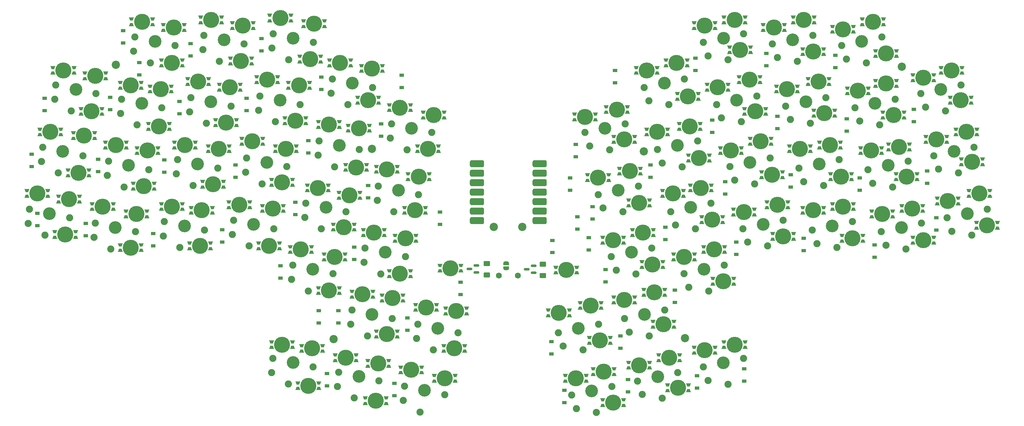
<source format=gbs>
G04 #@! TF.GenerationSoftware,KiCad,Pcbnew,(6.0.9)*
G04 #@! TF.CreationDate,2022-12-10T11:28:18+09:00*
G04 #@! TF.ProjectId,kidoairaku-swallowtail,6b69646f-6169-4726-916b-752d7377616c,rev?*
G04 #@! TF.SameCoordinates,Original*
G04 #@! TF.FileFunction,Soldermask,Bot*
G04 #@! TF.FilePolarity,Negative*
%FSLAX46Y46*%
G04 Gerber Fmt 4.6, Leading zero omitted, Abs format (unit mm)*
G04 Created by KiCad (PCBNEW (6.0.9)) date 2022-12-10 11:28:18*
%MOMM*%
%LPD*%
G01*
G04 APERTURE LIST*
G04 Aperture macros list*
%AMRoundRect*
0 Rectangle with rounded corners*
0 $1 Rounding radius*
0 $2 $3 $4 $5 $6 $7 $8 $9 X,Y pos of 4 corners*
0 Add a 4 corners polygon primitive as box body*
4,1,4,$2,$3,$4,$5,$6,$7,$8,$9,$2,$3,0*
0 Add four circle primitives for the rounded corners*
1,1,$1+$1,$2,$3*
1,1,$1+$1,$4,$5*
1,1,$1+$1,$6,$7*
1,1,$1+$1,$8,$9*
0 Add four rect primitives between the rounded corners*
20,1,$1+$1,$2,$3,$4,$5,0*
20,1,$1+$1,$4,$5,$6,$7,0*
20,1,$1+$1,$6,$7,$8,$9,0*
20,1,$1+$1,$8,$9,$2,$3,0*%
%AMOutline4P*
0 Free polygon, 4 corners , with rotation*
0 The origin of the aperture is its center*
0 number of corners: always 4*
0 $1 to $8 corner X, Y*
0 $9 Rotation angle, in degrees counterclockwise*
0 create outline with 4 corners*
4,1,4,$1,$2,$3,$4,$5,$6,$7,$8,$1,$2,$9*%
%AMFreePoly0*
4,1,22,0.500000,-0.750000,0.000000,-0.750000,0.000000,-0.745033,-0.079941,-0.743568,-0.215256,-0.701293,-0.333266,-0.622738,-0.424486,-0.514219,-0.481581,-0.384460,-0.499164,-0.250000,-0.500000,-0.250000,-0.500000,0.250000,-0.499164,0.250000,-0.499963,0.256109,-0.478152,0.396186,-0.417904,0.524511,-0.324060,0.630769,-0.204165,0.706417,-0.067858,0.745374,0.000000,0.744959,0.000000,0.750000,
0.500000,0.750000,0.500000,-0.750000,0.500000,-0.750000,$1*%
%AMFreePoly1*
4,1,20,0.000000,0.744959,0.073905,0.744508,0.209726,0.703889,0.328688,0.626782,0.421226,0.519385,0.479903,0.390333,0.500000,0.250000,0.500000,-0.250000,0.499851,-0.262216,0.476331,-0.402017,0.414519,-0.529596,0.319384,-0.634700,0.198574,-0.708877,0.061801,-0.746166,0.000000,-0.745033,0.000000,-0.750000,-0.500000,-0.750000,-0.500000,0.750000,0.000000,0.750000,0.000000,0.744959,
0.000000,0.744959,$1*%
G04 Aperture macros list end*
%ADD10C,1.600000*%
%ADD11C,2.200000*%
%ADD12C,4.300000*%
%ADD13Outline4P,-0.350000X-0.410000X0.350000X-0.410000X0.650000X0.410000X-0.650000X0.410000X0.000000*%
%ADD14Outline4P,-0.650000X-0.410000X0.650000X-0.410000X0.350000X0.410000X-0.350000X0.410000X180.000000*%
%ADD15Outline4P,-0.350000X-0.410000X0.350000X-0.410000X0.650000X0.410000X-0.650000X0.410000X180.000000*%
%ADD16Outline4P,-0.650000X-0.410000X0.650000X-0.410000X0.350000X0.410000X-0.350000X0.410000X0.000000*%
%ADD17C,1.900000*%
%ADD18C,3.400000*%
%ADD19R,1.200000X0.900000*%
%ADD20FreePoly0,90.000000*%
%ADD21FreePoly1,90.000000*%
%ADD22RoundRect,0.150000X0.587500X0.150000X-0.587500X0.150000X-0.587500X-0.150000X0.587500X-0.150000X0*%
%ADD23RoundRect,0.476250X1.428750X0.476250X-1.428750X0.476250X-1.428750X-0.476250X1.428750X-0.476250X0*%
%ADD24RoundRect,0.476250X-1.428750X-0.476250X1.428750X-0.476250X1.428750X0.476250X-1.428750X0.476250X0*%
%ADD25RoundRect,0.250000X0.625000X-0.400000X0.625000X0.400000X-0.625000X0.400000X-0.625000X-0.400000X0*%
%ADD26RoundRect,0.250000X-0.625000X0.400000X-0.625000X-0.400000X0.625000X-0.400000X0.625000X0.400000X0*%
G04 APERTURE END LIST*
D10*
G04 #@! TO.C,C1*
X150500000Y-112750000D03*
X145500000Y-112750000D03*
G04 #@! TD*
D11*
G04 #@! TO.C,H12*
X144145000Y-99695000D03*
G04 #@! TD*
G04 #@! TO.C,H11*
X151765000Y-99695000D03*
G04 #@! TD*
D12*
G04 #@! TO.C,D260*
X193355000Y-142800000D03*
D13*
X196155000Y-142050000D03*
D14*
X190555000Y-142050000D03*
D15*
X190555000Y-143550000D03*
D16*
X196155000Y-143550000D03*
G04 #@! TD*
D12*
G04 #@! TO.C,D259*
X176000000Y-146750000D03*
D13*
X178800000Y-146000000D03*
D14*
X173200000Y-146000000D03*
D15*
X173200000Y-147500000D03*
D16*
X178800000Y-147500000D03*
G04 #@! TD*
D12*
G04 #@! TO.C,D258*
X112500000Y-146250000D03*
D13*
X115300000Y-145500000D03*
D14*
X109700000Y-145500000D03*
D15*
X109700000Y-147000000D03*
D16*
X115300000Y-147000000D03*
G04 #@! TD*
D12*
G04 #@! TO.C,D257*
X94500000Y-142250000D03*
D13*
X97300000Y-141500000D03*
D14*
X91700000Y-141500000D03*
D15*
X91700000Y-143000000D03*
D16*
X97300000Y-143000000D03*
G04 #@! TD*
D12*
G04 #@! TO.C,D256*
X208500000Y-131250000D03*
D13*
X211300000Y-130500000D03*
D14*
X205700000Y-130500000D03*
D15*
X205700000Y-132000000D03*
D16*
X211300000Y-132000000D03*
G04 #@! TD*
D12*
G04 #@! TO.C,D255*
X200500000Y-132750000D03*
D13*
X203300000Y-132000000D03*
D14*
X197700000Y-132000000D03*
D15*
X197700000Y-133500000D03*
D16*
X203300000Y-133500000D03*
G04 #@! TD*
D12*
G04 #@! TO.C,D254*
X191000000Y-134750000D03*
D13*
X193800000Y-134000000D03*
D14*
X188200000Y-134000000D03*
D15*
X188200000Y-135500000D03*
D16*
X193800000Y-135500000D03*
G04 #@! TD*
D12*
G04 #@! TO.C,D253*
X183000000Y-136750000D03*
D13*
X185800000Y-136000000D03*
D14*
X180200000Y-136000000D03*
D15*
X180200000Y-137500000D03*
D16*
X185800000Y-137500000D03*
G04 #@! TD*
D12*
G04 #@! TO.C,D252*
X173500000Y-138500000D03*
D13*
X176300000Y-137750000D03*
D14*
X170700000Y-137750000D03*
D15*
X170700000Y-139250000D03*
D16*
X176300000Y-139250000D03*
G04 #@! TD*
D12*
G04 #@! TO.C,D251*
X166000000Y-140250000D03*
D13*
X168800000Y-139500000D03*
D14*
X163200000Y-139500000D03*
D15*
X163200000Y-141000000D03*
D16*
X168800000Y-141000000D03*
G04 #@! TD*
D12*
G04 #@! TO.C,D250*
X131000000Y-140250000D03*
D13*
X133800000Y-139500000D03*
D14*
X128200000Y-139500000D03*
D15*
X128200000Y-141000000D03*
D16*
X133800000Y-141000000D03*
G04 #@! TD*
D12*
G04 #@! TO.C,D249*
X122000000Y-138000000D03*
D13*
X124800000Y-137250000D03*
D14*
X119200000Y-137250000D03*
D15*
X119200000Y-138750000D03*
D16*
X124800000Y-138750000D03*
G04 #@! TD*
D12*
G04 #@! TO.C,D248*
X113200000Y-136250000D03*
D13*
X116000000Y-135500000D03*
D14*
X110400000Y-135500000D03*
D15*
X110400000Y-137000000D03*
D16*
X116000000Y-137000000D03*
G04 #@! TD*
D12*
G04 #@! TO.C,D247*
X104500000Y-134750000D03*
D13*
X107300000Y-134000000D03*
D14*
X101700000Y-134000000D03*
D15*
X101700000Y-135500000D03*
D16*
X107300000Y-135500000D03*
G04 #@! TD*
D12*
G04 #@! TO.C,D246*
X95500000Y-132250000D03*
D13*
X98300000Y-131500000D03*
D14*
X92700000Y-131500000D03*
D15*
X92700000Y-133000000D03*
D16*
X98300000Y-133000000D03*
G04 #@! TD*
D12*
G04 #@! TO.C,D245*
X87500000Y-131250000D03*
D13*
X90300000Y-130500000D03*
D14*
X84700000Y-130500000D03*
D15*
X84700000Y-132000000D03*
D16*
X90300000Y-132000000D03*
G04 #@! TD*
D12*
G04 #@! TO.C,D244*
X189500000Y-125750000D03*
D13*
X192300000Y-125000000D03*
D14*
X186700000Y-125000000D03*
D15*
X186700000Y-126500000D03*
D16*
X192300000Y-126500000D03*
G04 #@! TD*
D12*
G04 #@! TO.C,D243*
X172500000Y-130100000D03*
D13*
X175300000Y-129350000D03*
D14*
X169700000Y-129350000D03*
D15*
X169700000Y-130850000D03*
D16*
X175300000Y-130850000D03*
G04 #@! TD*
D12*
G04 #@! TO.C,D242*
X133500000Y-132250000D03*
D13*
X136300000Y-131500000D03*
D14*
X130700000Y-131500000D03*
D15*
X130700000Y-133000000D03*
D16*
X136300000Y-133000000D03*
G04 #@! TD*
D12*
G04 #@! TO.C,D241*
X115500000Y-128400000D03*
D13*
X118300000Y-127650000D03*
D14*
X112700000Y-127650000D03*
D15*
X112700000Y-129150000D03*
D16*
X118300000Y-129150000D03*
G04 #@! TD*
D12*
G04 #@! TO.C,D240*
X205500000Y-114250000D03*
D13*
X208300000Y-113500000D03*
D14*
X202700000Y-113500000D03*
D15*
X202700000Y-115000000D03*
D16*
X208300000Y-115000000D03*
G04 #@! TD*
D12*
G04 #@! TO.C,D239*
X187000000Y-117250000D03*
D13*
X189800000Y-116500000D03*
D14*
X184200000Y-116500000D03*
D15*
X184200000Y-118000000D03*
D16*
X189800000Y-118000000D03*
G04 #@! TD*
D12*
G04 #@! TO.C,D238*
X179000000Y-119250000D03*
D13*
X181800000Y-118500000D03*
D14*
X176200000Y-118500000D03*
D15*
X176200000Y-120000000D03*
D16*
X181800000Y-120000000D03*
G04 #@! TD*
D12*
G04 #@! TO.C,D237*
X170000000Y-120750000D03*
D13*
X172800000Y-120000000D03*
D14*
X167200000Y-120000000D03*
D15*
X167200000Y-121500000D03*
D16*
X172800000Y-121500000D03*
G04 #@! TD*
D12*
G04 #@! TO.C,D236*
X161500000Y-122750000D03*
D13*
X164300000Y-122000000D03*
D14*
X158700000Y-122000000D03*
D15*
X158700000Y-123500000D03*
D16*
X164300000Y-123500000D03*
G04 #@! TD*
D12*
G04 #@! TO.C,D235*
X134000000Y-122250000D03*
D13*
X136800000Y-121500000D03*
D14*
X131200000Y-121500000D03*
D15*
X131200000Y-123000000D03*
D16*
X136800000Y-123000000D03*
G04 #@! TD*
D12*
G04 #@! TO.C,D234*
X126000000Y-121250000D03*
D13*
X128800000Y-120500000D03*
D14*
X123200000Y-120500000D03*
D15*
X123200000Y-122000000D03*
D16*
X128800000Y-122000000D03*
G04 #@! TD*
D12*
G04 #@! TO.C,D233*
X117000000Y-118750000D03*
D13*
X119800000Y-118000000D03*
D14*
X114200000Y-118000000D03*
D15*
X114200000Y-119500000D03*
D16*
X119800000Y-119500000D03*
G04 #@! TD*
D12*
G04 #@! TO.C,D232*
X109000000Y-117750000D03*
D13*
X111800000Y-117000000D03*
D14*
X106200000Y-117000000D03*
D15*
X106200000Y-118500000D03*
D16*
X111800000Y-118500000D03*
G04 #@! TD*
D12*
G04 #@! TO.C,D231*
X100000000Y-116750000D03*
D13*
X102800000Y-116000000D03*
D14*
X97200000Y-116000000D03*
D15*
X97200000Y-117500000D03*
D16*
X102800000Y-117500000D03*
G04 #@! TD*
D12*
G04 #@! TO.C,D230*
X276000000Y-99250000D03*
D13*
X278800000Y-98500000D03*
D14*
X273200000Y-98500000D03*
D15*
X273200000Y-100000000D03*
D16*
X278800000Y-100000000D03*
G04 #@! TD*
D12*
G04 #@! TO.C,D229*
X259000000Y-103250000D03*
D13*
X261800000Y-102500000D03*
D14*
X256200000Y-102500000D03*
D15*
X256200000Y-104000000D03*
D16*
X261800000Y-104000000D03*
G04 #@! TD*
D12*
G04 #@! TO.C,D228*
X240000000Y-102750000D03*
D13*
X242800000Y-102000000D03*
D14*
X237200000Y-102000000D03*
D15*
X237200000Y-103500000D03*
D16*
X242800000Y-103500000D03*
G04 #@! TD*
D12*
G04 #@! TO.C,D227*
X221500000Y-102250000D03*
D13*
X224300000Y-101500000D03*
D14*
X218700000Y-101500000D03*
D15*
X218700000Y-103000000D03*
D16*
X224300000Y-103000000D03*
G04 #@! TD*
D12*
G04 #@! TO.C,D226*
X203000000Y-105750000D03*
D13*
X205800000Y-105000000D03*
D14*
X200200000Y-105000000D03*
D15*
X200200000Y-106500000D03*
D16*
X205800000Y-106500000D03*
G04 #@! TD*
D12*
G04 #@! TO.C,D225*
X195000000Y-107750000D03*
D13*
X197800000Y-107000000D03*
D14*
X192200000Y-107000000D03*
D15*
X192200000Y-108500000D03*
D16*
X197800000Y-108500000D03*
G04 #@! TD*
D12*
G04 #@! TO.C,D224*
X186500000Y-109750000D03*
D13*
X189300000Y-109000000D03*
D14*
X183700000Y-109000000D03*
D15*
X183700000Y-110500000D03*
D16*
X189300000Y-110500000D03*
G04 #@! TD*
D12*
G04 #@! TO.C,D223*
X119000000Y-112250000D03*
D13*
X121800000Y-111500000D03*
D14*
X116200000Y-111500000D03*
D15*
X116200000Y-113000000D03*
D16*
X121800000Y-113000000D03*
G04 #@! TD*
D12*
G04 #@! TO.C,D222*
X101500000Y-107750000D03*
D13*
X104300000Y-107000000D03*
D14*
X98700000Y-107000000D03*
D15*
X98700000Y-108500000D03*
D16*
X104300000Y-108500000D03*
G04 #@! TD*
D12*
G04 #@! TO.C,D221*
X92500000Y-105750000D03*
D13*
X95300000Y-105000000D03*
D14*
X89700000Y-105000000D03*
D15*
X89700000Y-106500000D03*
D16*
X95300000Y-106500000D03*
G04 #@! TD*
D12*
G04 #@! TO.C,D220*
X84000000Y-104750000D03*
D13*
X86800000Y-104000000D03*
D14*
X81200000Y-104000000D03*
D15*
X81200000Y-105500000D03*
D16*
X86800000Y-105500000D03*
G04 #@! TD*
D12*
G04 #@! TO.C,D219*
X65500000Y-104750000D03*
D13*
X68300000Y-104000000D03*
D14*
X62700000Y-104000000D03*
D15*
X62700000Y-105500000D03*
D16*
X68300000Y-105500000D03*
G04 #@! TD*
D12*
G04 #@! TO.C,D218*
X47000000Y-105250000D03*
D13*
X49800000Y-104500000D03*
D14*
X44200000Y-104500000D03*
D15*
X44200000Y-106000000D03*
D16*
X49800000Y-106000000D03*
G04 #@! TD*
D12*
G04 #@! TO.C,D217*
X29500000Y-101750000D03*
D13*
X32300000Y-101000000D03*
D14*
X26700000Y-101000000D03*
D15*
X26700000Y-102500000D03*
D16*
X32300000Y-102500000D03*
G04 #@! TD*
D12*
G04 #@! TO.C,D216*
X274000000Y-90750000D03*
D13*
X276800000Y-90000000D03*
D14*
X271200000Y-90000000D03*
D15*
X271200000Y-91500000D03*
D16*
X276800000Y-91500000D03*
G04 #@! TD*
D12*
G04 #@! TO.C,D215*
X265500000Y-92750000D03*
D13*
X268300000Y-92000000D03*
D14*
X262700000Y-92000000D03*
D15*
X262700000Y-93500000D03*
D16*
X268300000Y-93500000D03*
G04 #@! TD*
D12*
G04 #@! TO.C,D214*
X256000000Y-94750000D03*
D13*
X258800000Y-94000000D03*
D14*
X253200000Y-94000000D03*
D15*
X253200000Y-95500000D03*
D16*
X258800000Y-95500000D03*
G04 #@! TD*
D12*
G04 #@! TO.C,D213*
X248000000Y-96250000D03*
D13*
X250800000Y-95500000D03*
D14*
X245200000Y-95500000D03*
D15*
X245200000Y-97000000D03*
D16*
X250800000Y-97000000D03*
G04 #@! TD*
D12*
G04 #@! TO.C,D212*
X237500000Y-94250000D03*
D13*
X240300000Y-93500000D03*
D14*
X234700000Y-93500000D03*
D15*
X234700000Y-95000000D03*
D16*
X240300000Y-95000000D03*
G04 #@! TD*
D12*
G04 #@! TO.C,D211*
X229500000Y-95250000D03*
D13*
X232300000Y-94500000D03*
D14*
X226700000Y-94500000D03*
D15*
X226700000Y-96000000D03*
D16*
X232300000Y-96000000D03*
G04 #@! TD*
D12*
G04 #@! TO.C,D210*
X220000000Y-93750000D03*
D13*
X222800000Y-93000000D03*
D14*
X217200000Y-93000000D03*
D15*
X217200000Y-94500000D03*
D16*
X222800000Y-94500000D03*
G04 #@! TD*
D12*
G04 #@! TO.C,D209*
X211000000Y-95750000D03*
D13*
X213800000Y-95000000D03*
D14*
X208200000Y-95000000D03*
D15*
X208200000Y-96500000D03*
D16*
X213800000Y-96500000D03*
G04 #@! TD*
D12*
G04 #@! TO.C,D208*
X202500000Y-97750000D03*
D13*
X205300000Y-97000000D03*
D14*
X199700000Y-97000000D03*
D15*
X199700000Y-98500000D03*
D16*
X205300000Y-98500000D03*
G04 #@! TD*
D12*
G04 #@! TO.C,D207*
X184000000Y-101250000D03*
D13*
X186800000Y-100500000D03*
D14*
X181200000Y-100500000D03*
D15*
X181200000Y-102000000D03*
D16*
X186800000Y-102000000D03*
G04 #@! TD*
D12*
G04 #@! TO.C,D206*
X176000000Y-103250000D03*
D13*
X178800000Y-102500000D03*
D14*
X173200000Y-102500000D03*
D15*
X173200000Y-104000000D03*
D16*
X178800000Y-104000000D03*
G04 #@! TD*
D12*
G04 #@! TO.C,D205*
X120500000Y-102750000D03*
D13*
X123300000Y-102000000D03*
D14*
X117700000Y-102000000D03*
D15*
X117700000Y-103500000D03*
D16*
X123300000Y-103500000D03*
G04 #@! TD*
D12*
G04 #@! TO.C,D204*
X112000000Y-101250000D03*
D13*
X114800000Y-100500000D03*
D14*
X109200000Y-100500000D03*
D15*
X109200000Y-102000000D03*
D16*
X114800000Y-102000000D03*
G04 #@! TD*
D12*
G04 #@! TO.C,D203*
X104000000Y-99750000D03*
D13*
X106800000Y-99000000D03*
D14*
X101200000Y-99000000D03*
D15*
X101200000Y-100500000D03*
D16*
X106800000Y-100500000D03*
G04 #@! TD*
D12*
G04 #@! TO.C,D202*
X85000000Y-94750000D03*
D13*
X87800000Y-94000000D03*
D14*
X82200000Y-94000000D03*
D15*
X82200000Y-95500000D03*
D16*
X87800000Y-95500000D03*
G04 #@! TD*
D12*
G04 #@! TO.C,D201*
X76000000Y-93750000D03*
D13*
X78800000Y-93000000D03*
D14*
X73200000Y-93000000D03*
D15*
X73200000Y-94500000D03*
D16*
X78800000Y-94500000D03*
G04 #@! TD*
D12*
G04 #@! TO.C,D200*
X66000000Y-95250000D03*
D13*
X68800000Y-94500000D03*
D14*
X63200000Y-94500000D03*
D15*
X63200000Y-96000000D03*
D16*
X68800000Y-96000000D03*
G04 #@! TD*
D12*
G04 #@! TO.C,D199*
X58000000Y-94250000D03*
D13*
X60800000Y-93500000D03*
D14*
X55200000Y-93500000D03*
D15*
X55200000Y-95000000D03*
D16*
X60800000Y-95000000D03*
G04 #@! TD*
D12*
G04 #@! TO.C,D198*
X48500000Y-96250000D03*
D13*
X51300000Y-95500000D03*
D14*
X45700000Y-95500000D03*
D15*
X45700000Y-97000000D03*
D16*
X51300000Y-97000000D03*
G04 #@! TD*
D12*
G04 #@! TO.C,D197*
X39500000Y-94250000D03*
D13*
X42300000Y-93500000D03*
D14*
X36700000Y-93500000D03*
D15*
X36700000Y-95000000D03*
D16*
X42300000Y-95000000D03*
G04 #@! TD*
D12*
G04 #@! TO.C,D196*
X30500000Y-92250000D03*
D13*
X33300000Y-91500000D03*
D14*
X27700000Y-91500000D03*
D15*
X27700000Y-93000000D03*
D16*
X33300000Y-93000000D03*
G04 #@! TD*
D12*
G04 #@! TO.C,D195*
X22000000Y-90750000D03*
D13*
X24800000Y-90000000D03*
D14*
X19200000Y-90000000D03*
D15*
X19200000Y-91500000D03*
D16*
X24800000Y-91500000D03*
G04 #@! TD*
D12*
G04 #@! TO.C,D194*
X272000000Y-82250000D03*
D13*
X274800000Y-81500000D03*
D14*
X269200000Y-81500000D03*
D15*
X269200000Y-83000000D03*
D16*
X274800000Y-83000000D03*
G04 #@! TD*
D12*
G04 #@! TO.C,D193*
X254500000Y-86250000D03*
D13*
X257300000Y-85500000D03*
D14*
X251700000Y-85500000D03*
D15*
X251700000Y-87000000D03*
D16*
X257300000Y-87000000D03*
G04 #@! TD*
D12*
G04 #@! TO.C,D192*
X237000000Y-86250000D03*
D13*
X239800000Y-85500000D03*
D14*
X234200000Y-85500000D03*
D15*
X234200000Y-87000000D03*
D16*
X239800000Y-87000000D03*
G04 #@! TD*
D12*
G04 #@! TO.C,D191*
X218500000Y-85750000D03*
D13*
X221300000Y-85000000D03*
D14*
X215700000Y-85000000D03*
D15*
X215700000Y-86500000D03*
D16*
X221300000Y-86500000D03*
G04 #@! TD*
D12*
G04 #@! TO.C,D190*
X199500000Y-89250000D03*
D13*
X202300000Y-88500000D03*
D14*
X196700000Y-88500000D03*
D15*
X196700000Y-90000000D03*
D16*
X202300000Y-90000000D03*
G04 #@! TD*
D12*
G04 #@! TO.C,D189*
X192000000Y-90750000D03*
D13*
X194800000Y-90000000D03*
D14*
X189200000Y-90000000D03*
D15*
X189200000Y-91500000D03*
D16*
X194800000Y-91500000D03*
G04 #@! TD*
D12*
G04 #@! TO.C,D188*
X183000000Y-93250000D03*
D13*
X185800000Y-92500000D03*
D14*
X180200000Y-92500000D03*
D15*
X180200000Y-94000000D03*
D16*
X185800000Y-94000000D03*
G04 #@! TD*
D12*
G04 #@! TO.C,D187*
X123000000Y-95250000D03*
D13*
X125800000Y-94500000D03*
D14*
X120200000Y-94500000D03*
D15*
X120200000Y-96000000D03*
D16*
X125800000Y-96000000D03*
G04 #@! TD*
D12*
G04 #@! TO.C,D186*
X105500000Y-91250000D03*
D13*
X108300000Y-90500000D03*
D14*
X102700000Y-90500000D03*
D15*
X102700000Y-92000000D03*
D16*
X108300000Y-92000000D03*
G04 #@! TD*
D12*
G04 #@! TO.C,D185*
X97000000Y-89250000D03*
D13*
X99800000Y-88500000D03*
D14*
X94200000Y-88500000D03*
D15*
X94200000Y-90000000D03*
D16*
X99800000Y-90000000D03*
G04 #@! TD*
D12*
G04 #@! TO.C,D184*
X87500000Y-87750000D03*
D13*
X90300000Y-87000000D03*
D14*
X84700000Y-87000000D03*
D15*
X84700000Y-88500000D03*
D16*
X90300000Y-88500000D03*
G04 #@! TD*
D12*
G04 #@! TO.C,D183*
X69000000Y-88250000D03*
D13*
X71800000Y-87500000D03*
D14*
X66200000Y-87500000D03*
D15*
X66200000Y-89000000D03*
D16*
X71800000Y-89000000D03*
G04 #@! TD*
D12*
G04 #@! TO.C,D182*
X50500000Y-88750000D03*
D13*
X53300000Y-88000000D03*
D14*
X47700000Y-88000000D03*
D15*
X47700000Y-89500000D03*
D16*
X53300000Y-89500000D03*
G04 #@! TD*
D12*
G04 #@! TO.C,D181*
X33000000Y-85250000D03*
D13*
X35800000Y-84500000D03*
D14*
X30200000Y-84500000D03*
D15*
X30200000Y-86000000D03*
D16*
X35800000Y-86000000D03*
G04 #@! TD*
D12*
G04 #@! TO.C,D180*
X270500000Y-74250000D03*
D13*
X273300000Y-73500000D03*
D14*
X267700000Y-73500000D03*
D15*
X267700000Y-75000000D03*
D16*
X273300000Y-75000000D03*
G04 #@! TD*
D12*
G04 #@! TO.C,D179*
X262500000Y-76250000D03*
D13*
X265300000Y-75500000D03*
D14*
X259700000Y-75500000D03*
D15*
X259700000Y-77000000D03*
D16*
X265300000Y-77000000D03*
G04 #@! TD*
D12*
G04 #@! TO.C,D178*
X252500000Y-78250000D03*
D13*
X255300000Y-77500000D03*
D14*
X249700000Y-77500000D03*
D15*
X249700000Y-79000000D03*
D16*
X255300000Y-79000000D03*
G04 #@! TD*
D12*
G04 #@! TO.C,D177*
X245000000Y-79250000D03*
D13*
X247800000Y-78500000D03*
D14*
X242200000Y-78500000D03*
D15*
X242200000Y-80000000D03*
D16*
X247800000Y-80000000D03*
G04 #@! TD*
D12*
G04 #@! TO.C,D176*
X234000000Y-77750000D03*
D13*
X236800000Y-77000000D03*
D14*
X231200000Y-77000000D03*
D15*
X231200000Y-78500000D03*
D16*
X236800000Y-78500000D03*
G04 #@! TD*
D12*
G04 #@! TO.C,D175*
X226000000Y-78750000D03*
D13*
X228800000Y-78000000D03*
D14*
X223200000Y-78000000D03*
D15*
X223200000Y-79500000D03*
D16*
X228800000Y-79500000D03*
G04 #@! TD*
D12*
G04 #@! TO.C,D174*
X215500000Y-76750000D03*
D13*
X218300000Y-76000000D03*
D14*
X212700000Y-76000000D03*
D15*
X212700000Y-77500000D03*
D16*
X218300000Y-77500000D03*
G04 #@! TD*
D12*
G04 #@! TO.C,D173*
X207500000Y-79250000D03*
D13*
X210300000Y-78500000D03*
D14*
X204700000Y-78500000D03*
D15*
X204700000Y-80000000D03*
D16*
X210300000Y-80000000D03*
G04 #@! TD*
D12*
G04 #@! TO.C,D172*
X199000000Y-81250000D03*
D13*
X201800000Y-80500000D03*
D14*
X196200000Y-80500000D03*
D15*
X196200000Y-82000000D03*
D16*
X201800000Y-82000000D03*
G04 #@! TD*
D12*
G04 #@! TO.C,D171*
X180500000Y-84750000D03*
D13*
X183300000Y-84000000D03*
D14*
X177700000Y-84000000D03*
D15*
X177700000Y-85500000D03*
D16*
X183300000Y-85500000D03*
G04 #@! TD*
D12*
G04 #@! TO.C,D170*
X172000000Y-86500000D03*
D13*
X174800000Y-85750000D03*
D14*
X169200000Y-85750000D03*
D15*
X169200000Y-87250000D03*
D16*
X174800000Y-87250000D03*
G04 #@! TD*
D12*
G04 #@! TO.C,D169*
X124000000Y-86250000D03*
D13*
X126800000Y-85500000D03*
D14*
X121200000Y-85500000D03*
D15*
X121200000Y-87000000D03*
D16*
X126800000Y-87000000D03*
G04 #@! TD*
D12*
G04 #@! TO.C,D168*
X115500000Y-84250000D03*
D13*
X118300000Y-83500000D03*
D14*
X112700000Y-83500000D03*
D15*
X112700000Y-85000000D03*
D16*
X118300000Y-85000000D03*
G04 #@! TD*
D12*
G04 #@! TO.C,D167*
X107300000Y-83750000D03*
D13*
X110100000Y-83000000D03*
D14*
X104500000Y-83000000D03*
D15*
X104500000Y-84500000D03*
D16*
X110100000Y-84500000D03*
G04 #@! TD*
D12*
G04 #@! TO.C,D166*
X88500000Y-78750000D03*
D13*
X91300000Y-78000000D03*
D14*
X85700000Y-78000000D03*
D15*
X85700000Y-79500000D03*
D16*
X91300000Y-79500000D03*
G04 #@! TD*
D12*
G04 #@! TO.C,D165*
X79500000Y-76750000D03*
D13*
X82300000Y-76000000D03*
D14*
X76700000Y-76000000D03*
D15*
X76700000Y-77500000D03*
D16*
X82300000Y-77500000D03*
G04 #@! TD*
D12*
G04 #@! TO.C,D164*
X70500000Y-78750000D03*
D13*
X73300000Y-78000000D03*
D14*
X67700000Y-78000000D03*
D15*
X67700000Y-79500000D03*
D16*
X73300000Y-79500000D03*
G04 #@! TD*
D12*
G04 #@! TO.C,D163*
X61500000Y-77750000D03*
D13*
X64300000Y-77000000D03*
D14*
X58700000Y-77000000D03*
D15*
X58700000Y-78500000D03*
D16*
X64300000Y-78500000D03*
G04 #@! TD*
D12*
G04 #@! TO.C,D162*
X51500000Y-79250000D03*
D13*
X54300000Y-78500000D03*
D14*
X48700000Y-78500000D03*
D15*
X48700000Y-80000000D03*
D16*
X54300000Y-80000000D03*
G04 #@! TD*
D12*
G04 #@! TO.C,D161*
X43000000Y-77750000D03*
D13*
X45800000Y-77000000D03*
D14*
X40200000Y-77000000D03*
D15*
X40200000Y-78500000D03*
D16*
X45800000Y-78500000D03*
G04 #@! TD*
D12*
G04 #@! TO.C,D160*
X34500000Y-75250000D03*
D13*
X37300000Y-74500000D03*
D14*
X31700000Y-74500000D03*
D15*
X31700000Y-76000000D03*
D16*
X37300000Y-76000000D03*
G04 #@! TD*
D12*
G04 #@! TO.C,D159*
X25500000Y-74250000D03*
D13*
X28300000Y-73500000D03*
D14*
X22700000Y-73500000D03*
D15*
X22700000Y-75000000D03*
D16*
X28300000Y-75000000D03*
G04 #@! TD*
D12*
G04 #@! TO.C,D158*
X269000000Y-65750000D03*
D13*
X271800000Y-65000000D03*
D14*
X266200000Y-65000000D03*
D15*
X266200000Y-66500000D03*
D16*
X271800000Y-66500000D03*
G04 #@! TD*
D12*
G04 #@! TO.C,D157*
X251000000Y-69750000D03*
D13*
X253800000Y-69000000D03*
D14*
X248200000Y-69000000D03*
D15*
X248200000Y-70500000D03*
D16*
X253800000Y-70500000D03*
G04 #@! TD*
D12*
G04 #@! TO.C,D156*
X232500000Y-69250000D03*
D13*
X235300000Y-68500000D03*
D14*
X229700000Y-68500000D03*
D15*
X229700000Y-70000000D03*
D16*
X235300000Y-70000000D03*
G04 #@! TD*
D12*
G04 #@! TO.C,D155*
X214000000Y-68750000D03*
D13*
X216800000Y-68000000D03*
D14*
X211200000Y-68000000D03*
D15*
X211200000Y-69500000D03*
D16*
X216800000Y-69500000D03*
G04 #@! TD*
D12*
G04 #@! TO.C,D154*
X196500000Y-72750000D03*
D13*
X199300000Y-72000000D03*
D14*
X193700000Y-72000000D03*
D15*
X193700000Y-73500000D03*
D16*
X199300000Y-73500000D03*
G04 #@! TD*
D12*
G04 #@! TO.C,D153*
X187800000Y-74250000D03*
D13*
X190600000Y-73500000D03*
D14*
X185000000Y-73500000D03*
D15*
X185000000Y-75000000D03*
D16*
X190600000Y-75000000D03*
G04 #@! TD*
D12*
G04 #@! TO.C,D152*
X179000000Y-76250000D03*
D13*
X181800000Y-75500000D03*
D14*
X176200000Y-75500000D03*
D15*
X176200000Y-77000000D03*
D16*
X181800000Y-77000000D03*
G04 #@! TD*
D12*
G04 #@! TO.C,D151*
X126500000Y-78750000D03*
D13*
X129300000Y-78000000D03*
D14*
X123700000Y-78000000D03*
D15*
X123700000Y-79500000D03*
D16*
X129300000Y-79500000D03*
G04 #@! TD*
D12*
G04 #@! TO.C,D150*
X108000000Y-73250000D03*
D13*
X110800000Y-72500000D03*
D14*
X105200000Y-72500000D03*
D15*
X105200000Y-74000000D03*
D16*
X110800000Y-74000000D03*
G04 #@! TD*
D12*
G04 #@! TO.C,D149*
X100000000Y-72250000D03*
D13*
X102800000Y-71500000D03*
D14*
X97200000Y-71500000D03*
D15*
X97200000Y-73000000D03*
D16*
X102800000Y-73000000D03*
G04 #@! TD*
D12*
G04 #@! TO.C,D148*
X91000000Y-71250000D03*
D13*
X93800000Y-70500000D03*
D14*
X88200000Y-70500000D03*
D15*
X88200000Y-72000000D03*
D16*
X93800000Y-72000000D03*
G04 #@! TD*
D12*
G04 #@! TO.C,D147*
X72500000Y-71750000D03*
D13*
X75300000Y-71000000D03*
D14*
X69700000Y-71000000D03*
D15*
X69700000Y-72500000D03*
D16*
X75300000Y-72500000D03*
G04 #@! TD*
D12*
G04 #@! TO.C,D146*
X54500000Y-72750000D03*
D13*
X57300000Y-72000000D03*
D14*
X51700000Y-72000000D03*
D15*
X51700000Y-73500000D03*
D16*
X57300000Y-73500000D03*
G04 #@! TD*
D12*
G04 #@! TO.C,D145*
X36500000Y-68750000D03*
D13*
X39300000Y-68000000D03*
D14*
X33700000Y-68000000D03*
D15*
X33700000Y-69500000D03*
D16*
X39300000Y-69500000D03*
G04 #@! TD*
D12*
G04 #@! TO.C,D144*
X266500000Y-57750000D03*
D13*
X269300000Y-57000000D03*
D14*
X263700000Y-57000000D03*
D15*
X263700000Y-58500000D03*
D16*
X269300000Y-58500000D03*
G04 #@! TD*
D12*
G04 #@! TO.C,D143*
X259000000Y-59750000D03*
D13*
X261800000Y-59000000D03*
D14*
X256200000Y-59000000D03*
D15*
X256200000Y-60500000D03*
D16*
X261800000Y-60500000D03*
G04 #@! TD*
D12*
G04 #@! TO.C,D142*
X249000000Y-61250000D03*
D13*
X251800000Y-60500000D03*
D14*
X246200000Y-60500000D03*
D15*
X246200000Y-62000000D03*
D16*
X251800000Y-62000000D03*
G04 #@! TD*
D12*
G04 #@! TO.C,D141*
X241500000Y-63250000D03*
D13*
X244300000Y-62500000D03*
D14*
X238700000Y-62500000D03*
D15*
X238700000Y-64000000D03*
D16*
X244300000Y-64000000D03*
G04 #@! TD*
D12*
G04 #@! TO.C,D140*
X231000000Y-60750000D03*
D13*
X233800000Y-60000000D03*
D14*
X228200000Y-60000000D03*
D15*
X228200000Y-61500000D03*
D16*
X233800000Y-61500000D03*
G04 #@! TD*
D12*
G04 #@! TO.C,D139*
X222500000Y-62750000D03*
D13*
X225300000Y-62000000D03*
D14*
X219700000Y-62000000D03*
D15*
X219700000Y-63500000D03*
D16*
X225300000Y-63500000D03*
G04 #@! TD*
D12*
G04 #@! TO.C,D138*
X212500000Y-60250000D03*
D13*
X215300000Y-59500000D03*
D14*
X209700000Y-59500000D03*
D15*
X209700000Y-61000000D03*
D16*
X215300000Y-61000000D03*
G04 #@! TD*
D12*
G04 #@! TO.C,D137*
X204000000Y-62250000D03*
D13*
X206800000Y-61500000D03*
D14*
X201200000Y-61500000D03*
D15*
X201200000Y-63000000D03*
D16*
X206800000Y-63000000D03*
G04 #@! TD*
D12*
G04 #@! TO.C,D136*
X196000000Y-64750000D03*
D13*
X198800000Y-64000000D03*
D14*
X193200000Y-64000000D03*
D15*
X193200000Y-65500000D03*
D16*
X198800000Y-65500000D03*
G04 #@! TD*
D12*
G04 #@! TO.C,D135*
X177000000Y-68250000D03*
D13*
X179800000Y-67500000D03*
D14*
X174200000Y-67500000D03*
D15*
X174200000Y-69000000D03*
D16*
X179800000Y-69000000D03*
G04 #@! TD*
D12*
G04 #@! TO.C,D134*
X168500000Y-70250000D03*
D13*
X171300000Y-69500000D03*
D14*
X165700000Y-69500000D03*
D15*
X165700000Y-71000000D03*
D16*
X171300000Y-71000000D03*
G04 #@! TD*
D12*
G04 #@! TO.C,D133*
X128000000Y-69750000D03*
D13*
X130800000Y-69000000D03*
D14*
X125200000Y-69000000D03*
D15*
X125200000Y-70500000D03*
D16*
X130800000Y-70500000D03*
G04 #@! TD*
D12*
G04 #@! TO.C,D132*
X119000000Y-67750000D03*
D13*
X121800000Y-67000000D03*
D14*
X116200000Y-67000000D03*
D15*
X116200000Y-68500000D03*
D16*
X121800000Y-68500000D03*
G04 #@! TD*
D12*
G04 #@! TO.C,D131*
X110500000Y-65750000D03*
D13*
X113300000Y-65000000D03*
D14*
X107700000Y-65000000D03*
D15*
X107700000Y-66500000D03*
D16*
X113300000Y-66500000D03*
G04 #@! TD*
D12*
G04 #@! TO.C,D130*
X92000000Y-61750000D03*
D13*
X94800000Y-61000000D03*
D14*
X89200000Y-61000000D03*
D15*
X89200000Y-62500000D03*
D16*
X94800000Y-62500000D03*
G04 #@! TD*
D12*
G04 #@! TO.C,D129*
X83500000Y-60250000D03*
D13*
X86300000Y-59500000D03*
D14*
X80700000Y-59500000D03*
D15*
X80700000Y-61000000D03*
D16*
X86300000Y-61000000D03*
G04 #@! TD*
D12*
G04 #@! TO.C,D128*
X73500000Y-62250000D03*
D13*
X76300000Y-61500000D03*
D14*
X70700000Y-61500000D03*
D15*
X70700000Y-63000000D03*
D16*
X76300000Y-63000000D03*
G04 #@! TD*
D12*
G04 #@! TO.C,D127*
X65000000Y-60750000D03*
D13*
X67800000Y-60000000D03*
D14*
X62200000Y-60000000D03*
D15*
X62200000Y-61500000D03*
D16*
X67800000Y-61500000D03*
G04 #@! TD*
D12*
G04 #@! TO.C,D126*
X55000000Y-62750000D03*
D13*
X57800000Y-62000000D03*
D14*
X52200000Y-62000000D03*
D15*
X52200000Y-63500000D03*
D16*
X57800000Y-63500000D03*
G04 #@! TD*
D12*
G04 #@! TO.C,D125*
X47000000Y-61750000D03*
D13*
X49800000Y-61000000D03*
D14*
X44200000Y-61000000D03*
D15*
X44200000Y-62500000D03*
D16*
X49800000Y-62500000D03*
G04 #@! TD*
D12*
G04 #@! TO.C,D124*
X37500000Y-59250000D03*
D13*
X40300000Y-58500000D03*
D14*
X34700000Y-58500000D03*
D15*
X34700000Y-60000000D03*
D16*
X40300000Y-60000000D03*
G04 #@! TD*
D12*
G04 #@! TO.C,D123*
X29000000Y-57750000D03*
D13*
X31800000Y-57000000D03*
D14*
X26200000Y-57000000D03*
D15*
X26200000Y-58500000D03*
D16*
X31800000Y-58500000D03*
G04 #@! TD*
D12*
G04 #@! TO.C,D122*
X249000000Y-53250000D03*
D13*
X251800000Y-52500000D03*
D14*
X246200000Y-52500000D03*
D15*
X246200000Y-54000000D03*
D16*
X251800000Y-54000000D03*
G04 #@! TD*
D12*
G04 #@! TO.C,D121*
X229500000Y-52750000D03*
D13*
X232300000Y-52000000D03*
D14*
X226700000Y-52000000D03*
D15*
X226700000Y-53500000D03*
D16*
X232300000Y-53500000D03*
G04 #@! TD*
D12*
G04 #@! TO.C,D120*
X210000000Y-52250000D03*
D13*
X212800000Y-51500000D03*
D14*
X207200000Y-51500000D03*
D15*
X207200000Y-53000000D03*
D16*
X212800000Y-53000000D03*
G04 #@! TD*
D12*
G04 #@! TO.C,D119*
X193000000Y-55750000D03*
D13*
X195800000Y-55000000D03*
D14*
X190200000Y-55000000D03*
D15*
X190200000Y-56500000D03*
D16*
X195800000Y-56500000D03*
G04 #@! TD*
D12*
G04 #@! TO.C,D118*
X185000000Y-57750000D03*
D13*
X187800000Y-57000000D03*
D14*
X182200000Y-57000000D03*
D15*
X182200000Y-58500000D03*
D16*
X187800000Y-58500000D03*
G04 #@! TD*
D12*
G04 #@! TO.C,D117*
X111500000Y-57250000D03*
D13*
X114300000Y-56500000D03*
D14*
X108700000Y-56500000D03*
D15*
X108700000Y-58000000D03*
D16*
X114300000Y-58000000D03*
G04 #@! TD*
D12*
G04 #@! TO.C,D116*
X103000000Y-55750000D03*
D13*
X105800000Y-55000000D03*
D14*
X100200000Y-55000000D03*
D15*
X100200000Y-56500000D03*
D16*
X105800000Y-56500000D03*
G04 #@! TD*
D12*
G04 #@! TO.C,D115*
X95000000Y-54750000D03*
D13*
X97800000Y-54000000D03*
D14*
X92200000Y-54000000D03*
D15*
X92200000Y-55500000D03*
D16*
X97800000Y-55500000D03*
G04 #@! TD*
D12*
G04 #@! TO.C,D114*
X76500000Y-55250000D03*
D13*
X79300000Y-54500000D03*
D14*
X73700000Y-54500000D03*
D15*
X73700000Y-56000000D03*
D16*
X79300000Y-56000000D03*
G04 #@! TD*
D12*
G04 #@! TO.C,D113*
X58000000Y-55750000D03*
D13*
X60800000Y-55000000D03*
D14*
X55200000Y-55000000D03*
D15*
X55200000Y-56500000D03*
D16*
X60800000Y-56500000D03*
G04 #@! TD*
D12*
G04 #@! TO.C,D112*
X245500000Y-44750000D03*
D13*
X248300000Y-44000000D03*
D14*
X242700000Y-44000000D03*
D15*
X242700000Y-45500000D03*
D16*
X248300000Y-45500000D03*
G04 #@! TD*
D12*
G04 #@! TO.C,D111*
X237500000Y-46750000D03*
D13*
X240300000Y-46000000D03*
D14*
X234700000Y-46000000D03*
D15*
X234700000Y-47500000D03*
D16*
X240300000Y-47500000D03*
G04 #@! TD*
D12*
G04 #@! TO.C,D110*
X227000000Y-44250000D03*
D13*
X229800000Y-43500000D03*
D14*
X224200000Y-43500000D03*
D15*
X224200000Y-45000000D03*
D16*
X229800000Y-45000000D03*
G04 #@! TD*
D12*
G04 #@! TO.C,D109*
X219000000Y-46250000D03*
D13*
X221800000Y-45500000D03*
D14*
X216200000Y-45500000D03*
D15*
X216200000Y-47000000D03*
D16*
X221800000Y-47000000D03*
G04 #@! TD*
D12*
G04 #@! TO.C,D108*
X208500000Y-44250000D03*
D13*
X211300000Y-43500000D03*
D14*
X205700000Y-43500000D03*
D15*
X205700000Y-45000000D03*
D16*
X211300000Y-45000000D03*
G04 #@! TD*
D12*
G04 #@! TO.C,D107*
X200500000Y-45750000D03*
D13*
X203300000Y-45000000D03*
D14*
X197700000Y-45000000D03*
D15*
X197700000Y-46500000D03*
D16*
X203300000Y-46500000D03*
G04 #@! TD*
D12*
G04 #@! TO.C,D106*
X96000000Y-45250000D03*
D13*
X98800000Y-44500000D03*
D14*
X93200000Y-44500000D03*
D15*
X93200000Y-46000000D03*
D16*
X98800000Y-46000000D03*
G04 #@! TD*
D12*
G04 #@! TO.C,D105*
X87000000Y-43750000D03*
D13*
X89800000Y-43000000D03*
D14*
X84200000Y-43000000D03*
D15*
X84200000Y-44500000D03*
D16*
X89800000Y-44500000D03*
G04 #@! TD*
D12*
G04 #@! TO.C,D104*
X77000000Y-45750000D03*
D13*
X79800000Y-45000000D03*
D14*
X74200000Y-45000000D03*
D15*
X74200000Y-46500000D03*
D16*
X79800000Y-46500000D03*
G04 #@! TD*
D12*
G04 #@! TO.C,D103*
X68500000Y-44250000D03*
D13*
X71300000Y-43500000D03*
D14*
X65700000Y-43500000D03*
D15*
X65700000Y-45000000D03*
D16*
X71300000Y-45000000D03*
G04 #@! TD*
D12*
G04 #@! TO.C,D102*
X58500000Y-46250000D03*
D13*
X61300000Y-45500000D03*
D14*
X55700000Y-45500000D03*
D15*
X55700000Y-47000000D03*
D16*
X61300000Y-47000000D03*
G04 #@! TD*
D12*
G04 #@! TO.C,D101*
X50000000Y-44750000D03*
D13*
X52800000Y-44000000D03*
D14*
X47200000Y-44000000D03*
D15*
X47200000Y-45500000D03*
D16*
X52800000Y-45500000D03*
G04 #@! TD*
D12*
G04 #@! TO.C,D99*
X163500000Y-111250000D03*
D13*
X166300000Y-110500000D03*
D14*
X160700000Y-110500000D03*
D15*
X160700000Y-112000000D03*
D16*
X166300000Y-112000000D03*
G04 #@! TD*
D12*
G04 #@! TO.C,D97*
X132500000Y-110750000D03*
D13*
X135300000Y-110000000D03*
D14*
X129700000Y-110000000D03*
D15*
X129700000Y-111500000D03*
D16*
X135300000Y-111500000D03*
G04 #@! TD*
D17*
G04 #@! TO.C,SW52*
X214457832Y-64626145D03*
X203698208Y-66913173D03*
D18*
X209078020Y-65769659D03*
D17*
X204977346Y-70526178D03*
X210304699Y-71540730D03*
G04 #@! TD*
G04 #@! TO.C,SW76*
X55321229Y-67742606D03*
X44561605Y-65455578D03*
D18*
X49941417Y-66599092D03*
D17*
X44260615Y-69276494D03*
X48714738Y-72370163D03*
G04 #@! TD*
G04 #@! TO.C,SW86*
X37714573Y-64000195D03*
X26954949Y-61713167D03*
D18*
X32334761Y-62856681D03*
D17*
X26653959Y-65534083D03*
X31108082Y-68627752D03*
G04 #@! TD*
G04 #@! TO.C,SW67*
X51786731Y-84371115D03*
D18*
X46406919Y-83227601D03*
D17*
X41027107Y-82084087D03*
X40726117Y-85905003D03*
X45180240Y-88998672D03*
G04 #@! TD*
D18*
G04 #@! TO.C,SW24*
X184450000Y-123150000D03*
D17*
X179070188Y-124293514D03*
X189829812Y-122006486D03*
X180349326Y-127906519D03*
X185676679Y-128921071D03*
G04 #@! TD*
D18*
G04 #@! TO.C,SW14*
X205500000Y-136100000D03*
D17*
X200120188Y-137243514D03*
X210879812Y-134956486D03*
X201399326Y-140856519D03*
X206726679Y-141871071D03*
G04 #@! TD*
G04 #@! TO.C,SW74*
X247747768Y-100999624D03*
D18*
X253127580Y-99856110D03*
D17*
X258507392Y-98712596D03*
X249026906Y-104612629D03*
X254354259Y-105627181D03*
G04 #@! TD*
G04 #@! TO.C,SW17*
X102620188Y-138624996D03*
D18*
X108000000Y-139768510D03*
D17*
X113379812Y-140912024D03*
X102319198Y-142445912D03*
X106773321Y-145539581D03*
G04 #@! TD*
G04 #@! TO.C,SW71*
X237144272Y-51114097D03*
D18*
X242524084Y-49970583D03*
D17*
X247903896Y-48827069D03*
X238423410Y-54727102D03*
X243750763Y-55741654D03*
G04 #@! TD*
D18*
G04 #@! TO.C,SW31*
X173864706Y-73254479D03*
D17*
X168484894Y-74397993D03*
X179244518Y-72110965D03*
X169764032Y-78010998D03*
X175091385Y-79025550D03*
G04 #@! TD*
D11*
G04 #@! TO.C,H6*
X184250000Y-79500000D03*
G04 #@! TD*
D18*
G04 #@! TO.C,SW21*
X166750000Y-126900000D03*
D17*
X172129812Y-125756486D03*
X161370188Y-128043514D03*
X162649326Y-131656519D03*
X167976679Y-132671071D03*
G04 #@! TD*
D11*
G04 #@! TO.C,H4*
X101250000Y-129750000D03*
G04 #@! TD*
D17*
G04 #@! TO.C,SW57*
X70277012Y-83956399D03*
X59517388Y-81669371D03*
D18*
X64897200Y-82812885D03*
D17*
X59216398Y-85490287D03*
X63670521Y-88583956D03*
G04 #@! TD*
G04 #@! TO.C,SW72*
X240678771Y-67742606D03*
X251438395Y-65455578D03*
D18*
X246058583Y-66599092D03*
D17*
X241957909Y-71355611D03*
X247285262Y-72370163D03*
G04 #@! TD*
G04 #@! TO.C,SW45*
X95836291Y-50284663D03*
D18*
X90456479Y-49141149D03*
D17*
X85076667Y-47997635D03*
X84775677Y-51818551D03*
X89229800Y-54912220D03*
G04 #@! TD*
G04 #@! TO.C,SW46*
X81542168Y-64626145D03*
D18*
X86921980Y-65769659D03*
D17*
X92301792Y-66913173D03*
X81241178Y-68447061D03*
X85695301Y-71540730D03*
G04 #@! TD*
D18*
G04 #@! TO.C,SW23*
X180933703Y-106511498D03*
D17*
X186313515Y-105367984D03*
X175553891Y-107655012D03*
X176833029Y-111268017D03*
X182160382Y-112282569D03*
G04 #@! TD*
D18*
G04 #@! TO.C,SW51*
X205543521Y-49141149D03*
D17*
X210923333Y-47997635D03*
X200163709Y-50284663D03*
X201442847Y-53897668D03*
X206770200Y-54912220D03*
G04 #@! TD*
G04 #@! TO.C,SW15*
X123758645Y-125738896D03*
X134518269Y-128025924D03*
D18*
X129138457Y-126882410D03*
D17*
X123457655Y-129559812D03*
X127911778Y-132653481D03*
G04 #@! TD*
G04 #@! TO.C,SW53*
X207232707Y-83541682D03*
D18*
X212612519Y-82398168D03*
D17*
X217992331Y-81254654D03*
X208511845Y-87154687D03*
X213839198Y-88169239D03*
G04 #@! TD*
D18*
G04 #@! TO.C,SW43*
X196773111Y-94454833D03*
D17*
X202152923Y-93311319D03*
X191393299Y-95598347D03*
X192672437Y-99211352D03*
X197999790Y-100225904D03*
G04 #@! TD*
G04 #@! TO.C,SW36*
X108141200Y-78969838D03*
D18*
X102761388Y-77826324D03*
D17*
X97381576Y-76682810D03*
X97080586Y-80503726D03*
X101534709Y-83597395D03*
G04 #@! TD*
D18*
G04 #@! TO.C,SW12*
X170300000Y-143600000D03*
D17*
X164920188Y-144743514D03*
X175679812Y-142456486D03*
X166199326Y-148356519D03*
X171526679Y-149371071D03*
G04 #@! TD*
D11*
G04 #@! TO.C,H3*
X111500000Y-78750000D03*
G04 #@! TD*
D18*
G04 #@! TO.C,SW83*
X267199739Y-79485191D03*
D17*
X261819927Y-80628705D03*
X272579551Y-78341677D03*
X263099065Y-84241710D03*
X268426418Y-85256262D03*
G04 #@! TD*
G04 #@! TO.C,SW87*
X34180073Y-80628705D03*
D18*
X28800261Y-79485191D03*
D17*
X23420449Y-78341677D03*
X23119459Y-82162593D03*
X27573582Y-85256262D03*
G04 #@! TD*
D11*
G04 #@! TO.C,H2*
X43000000Y-56250000D03*
G04 #@! TD*
D17*
G04 #@! TO.C,SW32*
X182779017Y-88739474D03*
D18*
X177399205Y-89882988D03*
D17*
X172019393Y-91026502D03*
X173298531Y-94639507D03*
X178625884Y-95654059D03*
G04 #@! TD*
G04 #@! TO.C,SW84*
X276114049Y-94970186D03*
D18*
X270734237Y-96113700D03*
D17*
X265354425Y-97257214D03*
X266633563Y-100870219D03*
X271960916Y-101884771D03*
G04 #@! TD*
G04 #@! TO.C,SW34*
X194987798Y-112226855D03*
X205747422Y-109939827D03*
D18*
X200367610Y-111083341D03*
D17*
X196266936Y-115839860D03*
X201594289Y-116854412D03*
G04 #@! TD*
D18*
G04 #@! TO.C,SW75*
X53475916Y-49970583D03*
D17*
X48096104Y-48827069D03*
X58855728Y-51114097D03*
X47795114Y-52647985D03*
X52249237Y-55741654D03*
G04 #@! TD*
G04 #@! TO.C,SW37*
X104606701Y-95598347D03*
D18*
X99226889Y-94454833D03*
D17*
X93847077Y-93311319D03*
X93546087Y-97132235D03*
X98000210Y-100225904D03*
G04 #@! TD*
G04 #@! TO.C,SW64*
X240017111Y-98297880D03*
X229257487Y-100584908D03*
D18*
X234637299Y-99441394D03*
D17*
X230536625Y-104197913D03*
X235863978Y-105212465D03*
G04 #@! TD*
G04 #@! TO.C,SW16*
X120224146Y-142367406D03*
D18*
X125603958Y-143510920D03*
D17*
X130983770Y-144654434D03*
X119923156Y-146188322D03*
X124377279Y-149281991D03*
G04 #@! TD*
D11*
G04 #@! TO.C,H5*
X195250000Y-129500000D03*
G04 #@! TD*
D17*
G04 #@! TO.C,SW62*
X222188490Y-67327889D03*
D18*
X227568302Y-66184375D03*
D17*
X232948114Y-65040861D03*
X223467628Y-70940894D03*
X228794981Y-71955446D03*
G04 #@! TD*
D18*
G04 #@! TO.C,SW42*
X193238612Y-77826324D03*
D17*
X187858800Y-78969838D03*
X198618424Y-76682810D03*
X189137938Y-82582843D03*
X194465291Y-83597395D03*
G04 #@! TD*
G04 #@! TO.C,SW27*
X109686485Y-105367984D03*
D18*
X115066297Y-106511498D03*
D17*
X120446109Y-107655012D03*
X109385495Y-109188900D03*
X113839618Y-112282569D03*
G04 #@! TD*
G04 #@! TO.C,SW38*
X90312578Y-109939827D03*
D18*
X95692390Y-111083341D03*
D17*
X101072202Y-112226855D03*
X90011588Y-113760743D03*
X94465711Y-116854412D03*
G04 #@! TD*
D18*
G04 #@! TO.C,SW47*
X83387481Y-82398168D03*
D17*
X78007669Y-81254654D03*
X88767293Y-83541682D03*
X77706679Y-85075570D03*
X82160802Y-88169239D03*
G04 #@! TD*
G04 #@! TO.C,SW28*
X116911612Y-124283514D03*
D18*
X111531800Y-123140000D03*
D17*
X106151988Y-121996486D03*
X105850998Y-125817402D03*
X110305121Y-128911071D03*
G04 #@! TD*
D18*
G04 #@! TO.C,SW58*
X61362701Y-99441394D03*
D17*
X55982889Y-98297880D03*
X66742513Y-100584908D03*
X55681899Y-102118796D03*
X60136022Y-105212465D03*
G04 #@! TD*
D18*
G04 #@! TO.C,SW18*
X90393343Y-136026090D03*
D17*
X95773155Y-137169604D03*
X85013531Y-134882576D03*
X84712541Y-138703492D03*
X89166664Y-141797161D03*
G04 #@! TD*
G04 #@! TO.C,SW78*
X19885951Y-94970186D03*
X30645575Y-97257214D03*
D18*
X25265763Y-96113700D03*
D17*
X19584961Y-98791102D03*
X24039084Y-101884771D03*
G04 #@! TD*
G04 #@! TO.C,SW48*
X85232795Y-100170191D03*
X74473171Y-97883163D03*
D18*
X79852983Y-99026677D03*
D17*
X74172181Y-101704079D03*
X78626304Y-104797748D03*
G04 #@! TD*
D18*
G04 #@! TO.C,SW41*
X189704114Y-61197815D03*
D17*
X195083926Y-60054301D03*
X184324302Y-62341329D03*
X185603440Y-65954334D03*
X190930793Y-66968886D03*
G04 #@! TD*
G04 #@! TO.C,SW13*
X182570188Y-140993514D03*
D18*
X187950000Y-139850000D03*
D17*
X193329812Y-138706486D03*
X183849326Y-144606519D03*
X189176679Y-145621071D03*
G04 #@! TD*
G04 #@! TO.C,SW26*
X113220983Y-88739474D03*
D18*
X118600795Y-89882988D03*
D17*
X123980607Y-91026502D03*
X112919993Y-92560390D03*
X117374116Y-95654059D03*
G04 #@! TD*
G04 #@! TO.C,SW63*
X225722988Y-83956399D03*
D18*
X231102800Y-82812885D03*
D17*
X236482612Y-81669371D03*
X227002126Y-87569404D03*
X232329479Y-88583956D03*
G04 #@! TD*
D18*
G04 #@! TO.C,SW54*
X216147017Y-99026677D03*
D17*
X221526829Y-97883163D03*
X210767205Y-100170191D03*
X212046343Y-103783196D03*
X217373696Y-104797748D03*
G04 #@! TD*
G04 #@! TO.C,SW68*
X37492608Y-98712596D03*
D18*
X42872420Y-99856110D03*
D17*
X48252232Y-100999624D03*
X37191618Y-102533512D03*
X41645741Y-105627181D03*
G04 #@! TD*
G04 #@! TO.C,SW56*
X63051886Y-65040861D03*
D18*
X68431698Y-66184375D03*
D17*
X73811510Y-67327889D03*
X62750896Y-68861777D03*
X67205019Y-71955446D03*
G04 #@! TD*
D11*
G04 #@! TO.C,H1*
X253250000Y-56750000D03*
G04 #@! TD*
D17*
G04 #@! TO.C,SW65*
X77346010Y-50699380D03*
D18*
X71966198Y-49555866D03*
D17*
X66586386Y-48412352D03*
X66285396Y-52233268D03*
X70739519Y-55326937D03*
G04 #@! TD*
G04 #@! TO.C,SW35*
X111675698Y-62341329D03*
D18*
X106295886Y-61197815D03*
D17*
X100916074Y-60054301D03*
X100615084Y-63875217D03*
X105069207Y-66968886D03*
G04 #@! TD*
D18*
G04 #@! TO.C,SW82*
X263665239Y-62856681D03*
D17*
X258285427Y-64000195D03*
X269045051Y-61713167D03*
X259564565Y-67613200D03*
X264891918Y-68627752D03*
G04 #@! TD*
D18*
G04 #@! TO.C,SW61*
X224033802Y-49555866D03*
D17*
X218653990Y-50699380D03*
X229413614Y-48412352D03*
X219933128Y-54312385D03*
X225260481Y-55326937D03*
G04 #@! TD*
G04 #@! TO.C,SW25*
X116755482Y-72110965D03*
D18*
X122135294Y-73254479D03*
D17*
X127515106Y-74397993D03*
X116454492Y-75931881D03*
X120908615Y-79025550D03*
G04 #@! TD*
D18*
G04 #@! TO.C,SW73*
X249593081Y-83227601D03*
D17*
X254972893Y-82084087D03*
X244213269Y-84371115D03*
X245492407Y-87984120D03*
X250819760Y-88998672D03*
G04 #@! TD*
D19*
G04 #@! TO.C,D21*
X159500000Y-133750000D03*
X159500000Y-130450000D03*
G04 #@! TD*
D20*
G04 #@! TO.C,JP1*
X147450000Y-110750000D03*
D21*
X147450000Y-109450000D03*
G04 #@! TD*
D19*
G04 #@! TO.C,D71*
X235500000Y-57050000D03*
X235500000Y-53750000D03*
G04 #@! TD*
G04 #@! TO.C,D37*
X91000000Y-93100000D03*
X91000000Y-96400000D03*
G04 #@! TD*
G04 #@! TO.C,D24*
X178000000Y-132200000D03*
X178000000Y-128900000D03*
G04 #@! TD*
G04 #@! TO.C,D63*
X223500000Y-89050000D03*
X223500000Y-85750000D03*
G04 #@! TD*
G04 #@! TO.C,D83*
X260000000Y-88050000D03*
X260000000Y-84750000D03*
G04 #@! TD*
D22*
G04 #@! TO.C,Q1*
X139437500Y-110000000D03*
X139437500Y-111900000D03*
X137562500Y-110950000D03*
G04 #@! TD*
D19*
G04 #@! TO.C,D17*
X99500000Y-139000000D03*
X99500000Y-142300000D03*
G04 #@! TD*
G04 #@! TO.C,D68*
X35000000Y-98750000D03*
X35000000Y-102050000D03*
G04 #@! TD*
G04 #@! TO.C,D34*
X192500000Y-119900000D03*
X192500000Y-116600000D03*
G04 #@! TD*
G04 #@! TO.C,D6*
X119500000Y-59100000D03*
X119500000Y-62400000D03*
G04 #@! TD*
G04 #@! TO.C,D46*
X78000000Y-65250000D03*
X78000000Y-68550000D03*
G04 #@! TD*
G04 #@! TO.C,D48*
X71500000Y-100450000D03*
X71500000Y-103750000D03*
G04 #@! TD*
G04 #@! TO.C,D41*
X176500000Y-61050000D03*
X176500000Y-57750000D03*
G04 #@! TD*
G04 #@! TO.C,D14*
X198500000Y-142900000D03*
X198500000Y-139600000D03*
G04 #@! TD*
G04 #@! TO.C,D13*
X180000000Y-143900000D03*
X180000000Y-140600000D03*
G04 #@! TD*
G04 #@! TO.C,D5*
X159800000Y-106600000D03*
X159800000Y-103300000D03*
G04 #@! TD*
G04 #@! TO.C,D57*
X56000000Y-81750000D03*
X56000000Y-85050000D03*
G04 #@! TD*
G04 #@! TO.C,D72*
X238500000Y-74050000D03*
X238500000Y-70750000D03*
G04 #@! TD*
G04 #@! TO.C,D86*
X24000000Y-65250000D03*
X24000000Y-68550000D03*
G04 #@! TD*
D23*
G04 #@! TO.C,U1*
X156382000Y-82790000D03*
X156382000Y-85330000D03*
X156382000Y-87870000D03*
X156382000Y-90410000D03*
X156382000Y-92950000D03*
X156382000Y-95490000D03*
X156382000Y-98030000D03*
D24*
X139618000Y-98030000D03*
X139618000Y-95490000D03*
X139618000Y-92950000D03*
X139618000Y-90410000D03*
X139618000Y-87870000D03*
X139618000Y-85330000D03*
X139618000Y-82790000D03*
G04 #@! TD*
D19*
G04 #@! TO.C,D18*
X97250000Y-122100000D03*
X97250000Y-125400000D03*
G04 #@! TD*
D25*
G04 #@! TO.C,R1*
X142250000Y-112600000D03*
X142250000Y-109500000D03*
G04 #@! TD*
D19*
G04 #@! TO.C,D75*
X45000000Y-47100000D03*
X45000000Y-50400000D03*
G04 #@! TD*
G04 #@! TO.C,D78*
X22000000Y-96100000D03*
X22000000Y-99400000D03*
G04 #@! TD*
G04 #@! TO.C,D98*
X135250000Y-114500000D03*
X135250000Y-117800000D03*
G04 #@! TD*
G04 #@! TO.C,D73*
X242000000Y-89900000D03*
X242000000Y-86600000D03*
G04 #@! TD*
G04 #@! TO.C,D87*
X20500000Y-80250000D03*
X20500000Y-83550000D03*
G04 #@! TD*
G04 #@! TO.C,D74*
X246000000Y-107800000D03*
X246000000Y-104500000D03*
G04 #@! TD*
G04 #@! TO.C,D54*
X209000000Y-107050000D03*
X209000000Y-103750000D03*
G04 #@! TD*
G04 #@! TO.C,D51*
X198000000Y-57750000D03*
X198000000Y-54450000D03*
G04 #@! TD*
G04 #@! TO.C,D62*
X220000000Y-73400000D03*
X220000000Y-70100000D03*
G04 #@! TD*
G04 #@! TO.C,D65*
X63000000Y-50600000D03*
X63000000Y-53900000D03*
G04 #@! TD*
G04 #@! TO.C,D58*
X53000000Y-101450000D03*
X53000000Y-104750000D03*
G04 #@! TD*
G04 #@! TO.C,D31*
X166000000Y-80900000D03*
X166000000Y-77600000D03*
G04 #@! TD*
G04 #@! TO.C,D4*
X166500000Y-100300000D03*
X166500000Y-97000000D03*
G04 #@! TD*
G04 #@! TO.C,D61*
X217000000Y-56550000D03*
X217000000Y-53250000D03*
G04 #@! TD*
G04 #@! TO.C,D53*
X206000000Y-90900000D03*
X206000000Y-87600000D03*
G04 #@! TD*
G04 #@! TO.C,D67*
X38250000Y-81600000D03*
X38250000Y-84900000D03*
G04 #@! TD*
G04 #@! TO.C,D3*
X164500000Y-89900000D03*
X164500000Y-86600000D03*
G04 #@! TD*
G04 #@! TO.C,D12*
X163000000Y-146750000D03*
X163000000Y-143450000D03*
G04 #@! TD*
G04 #@! TO.C,D76*
X41500000Y-64950000D03*
X41500000Y-68250000D03*
G04 #@! TD*
G04 #@! TO.C,D42*
X186000000Y-86400000D03*
X186000000Y-83100000D03*
G04 #@! TD*
G04 #@! TO.C,D28*
X102500000Y-122100000D03*
X102500000Y-125400000D03*
G04 #@! TD*
D22*
G04 #@! TO.C,Q51*
X154750000Y-110100000D03*
X154750000Y-112000000D03*
X152875000Y-111050000D03*
G04 #@! TD*
D19*
G04 #@! TO.C,D47*
X75000000Y-83100000D03*
X75000000Y-86400000D03*
G04 #@! TD*
G04 #@! TO.C,D64*
X227000000Y-106050000D03*
X227000000Y-102750000D03*
G04 #@! TD*
G04 #@! TO.C,D36*
X94500000Y-76600000D03*
X94500000Y-79900000D03*
G04 #@! TD*
G04 #@! TO.C,D2*
X169500000Y-105900000D03*
X169500000Y-102600000D03*
G04 #@! TD*
G04 #@! TO.C,D45*
X82000000Y-49250000D03*
X82000000Y-52550000D03*
G04 #@! TD*
G04 #@! TO.C,D84*
X262500000Y-100550000D03*
X262500000Y-97250000D03*
G04 #@! TD*
G04 #@! TO.C,D82*
X256500000Y-71500000D03*
X256500000Y-68200000D03*
G04 #@! TD*
G04 #@! TO.C,D32*
X170500000Y-97550000D03*
X170500000Y-94250000D03*
G04 #@! TD*
G04 #@! TO.C,D35*
X98000000Y-59600000D03*
X98000000Y-62900000D03*
G04 #@! TD*
G04 #@! TO.C,D7*
X49300000Y-55650000D03*
X49300000Y-58950000D03*
G04 #@! TD*
G04 #@! TO.C,D23*
X174000000Y-114400000D03*
X174000000Y-111100000D03*
G04 #@! TD*
G04 #@! TO.C,D38*
X87000000Y-110100000D03*
X87000000Y-113400000D03*
G04 #@! TD*
G04 #@! TO.C,D52*
X202500000Y-74400000D03*
X202500000Y-71100000D03*
G04 #@! TD*
G04 #@! TO.C,D26*
X110500000Y-88600000D03*
X110500000Y-91900000D03*
G04 #@! TD*
G04 #@! TO.C,D25*
X114000000Y-72100000D03*
X114000000Y-75400000D03*
G04 #@! TD*
G04 #@! TO.C,D16*
X117500000Y-141600000D03*
X117500000Y-144900000D03*
G04 #@! TD*
G04 #@! TO.C,D56*
X60000000Y-66100000D03*
X60000000Y-69400000D03*
G04 #@! TD*
G04 #@! TO.C,D15*
X121000000Y-124100000D03*
X121000000Y-127400000D03*
G04 #@! TD*
D26*
G04 #@! TO.C,R51*
X157250000Y-109650000D03*
X157250000Y-112750000D03*
G04 #@! TD*
D19*
G04 #@! TO.C,D43*
X190000000Y-103050000D03*
X190000000Y-99750000D03*
G04 #@! TD*
G04 #@! TO.C,D8*
X129750000Y-95750000D03*
X129750000Y-99050000D03*
G04 #@! TD*
G04 #@! TO.C,D1*
X211100000Y-141050000D03*
X211100000Y-137750000D03*
G04 #@! TD*
G04 #@! TO.C,D27*
X106750000Y-105100000D03*
X106750000Y-108400000D03*
G04 #@! TD*
M02*

</source>
